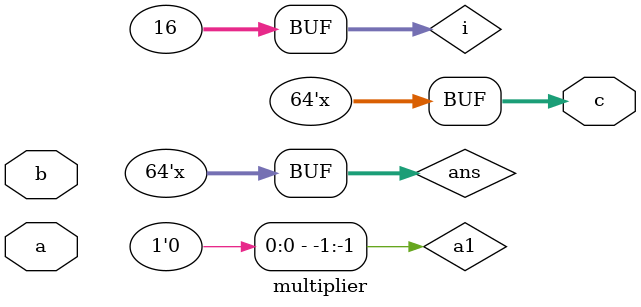
<source format=v>
module multiplier(
    input[31:0] a,
    input[31:0] b,
    output[63:0] c
);
reg sign;
reg[31:-1] a1;
reg[31:0] b1;
reg[63:0] pp[15:0];
reg[63:0] ans;
integer i;
always begin
#1
//确认结果符号
sign=a[31]^b[31];
//sign=0;
//调整符号
//$display("b:%d ", b[31:0]);
//$display("a:%d ", a[31:0]);

a1[31:0]= (a[31]==1'b0)? a:(-a);
//a1[31:0]=303379748;
a1[-1]=1'b0;

b1[31:0]= (b[31]==1'b0)? b:(-b);
//b1[31:0]=3230228097;
//$display("sign:%d ", sign);
//$display("b1:%d ", b1[31:0]);
//$display("a1:%d ", a1[31:0]);
//Booth 算法进行变换，减少加法次数，算出部分积
for (i=0;i<=15;i=i+1) begin
    if(a1[2*i+1]==1'b0) begin
        if(a1[2*i]==1'b0) begin
            if(a1[2*i-1]==1'b0)begin
                pp[i] <= 0;
            end
            else begin
                pp[i] <= b1<<(2*i);
            end
        end
        else begin
            if(a1[2*i-1]==1'b0)begin
                pp[i] <= b1<<(2*i);
            end
            else begin
                pp[i] <= b1<<(2*i+1);
            end
        end
    end
    else begin
        if(a1[2*i]==1'b0) begin
            if(a1[2*i-1]==1'b0)begin
                pp[i] <= -b1<<(2*i+1);
            end
            else begin
                pp[i] <= -b1<<(2*i);
            end
        end
        else begin
            if(a1[2*i-1]==1'b0)begin
                pp[i] <= -b1<<(2*i);
            end
            else begin
                pp[i] <= 0;
            end
        end
    end
end
#1   
//累加(待优化)
ans=0;
for (i=0;i<=15;i=i+1) begin
    ans = ans+pp[i];
    //$display("%d ", ans);
    //$display("pp[%d]: %d ",i, pp[i]);
end
//调整结果符号
ans=(sign==1'b0) ? ans:-ans;

//$display("%d ", ans);
end


assign c=ans;
endmodule



</source>
